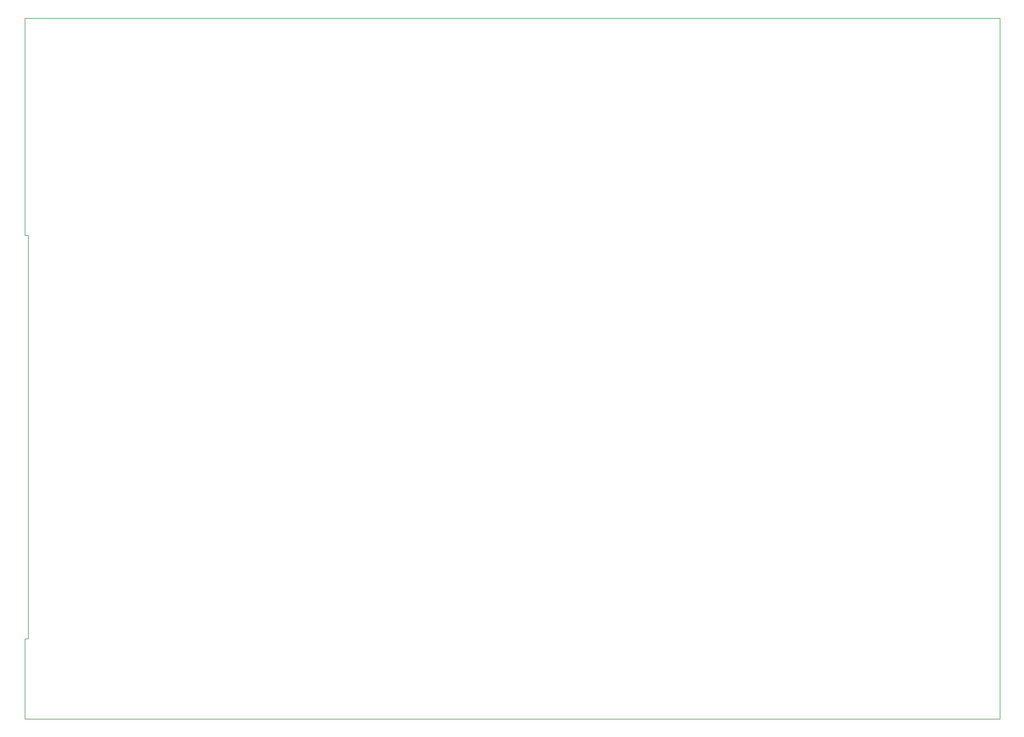
<source format=gm1>
G04 #@! TF.GenerationSoftware,KiCad,Pcbnew,5.99.0-unknown-6a369b230f~117~ubuntu20.04.1*
G04 #@! TF.CreationDate,2021-05-15T11:46:25+08:00*
G04 #@! TF.ProjectId,Controller,436f6e74-726f-46c6-9c65-722e6b696361,rev?*
G04 #@! TF.SameCoordinates,Original*
G04 #@! TF.FileFunction,Profile,NP*
%FSLAX46Y46*%
G04 Gerber Fmt 4.6, Leading zero omitted, Abs format (unit mm)*
G04 Created by KiCad (PCBNEW 5.99.0-unknown-6a369b230f~117~ubuntu20.04.1) date 2021-05-15 11:46:25*
%MOMM*%
%LPD*%
G01*
G04 APERTURE LIST*
G04 #@! TA.AperFunction,Profile*
%ADD10C,0.100000*%
G04 #@! TD*
G04 APERTURE END LIST*
D10*
X78520000Y-74580000D02*
X78525000Y-41125000D01*
X78515000Y-149115000D02*
X78520000Y-136700000D01*
X78520000Y-136700000D02*
X79020000Y-136700000D01*
X228515000Y-41115000D02*
X228525000Y-149125000D01*
X228525000Y-149125000D02*
X78515000Y-149115000D01*
X78520000Y-74580000D02*
X79000000Y-74580000D01*
X78525000Y-41125000D02*
X228515000Y-41115000D01*
X79020000Y-136700000D02*
X79000000Y-74580000D01*
M02*

</source>
